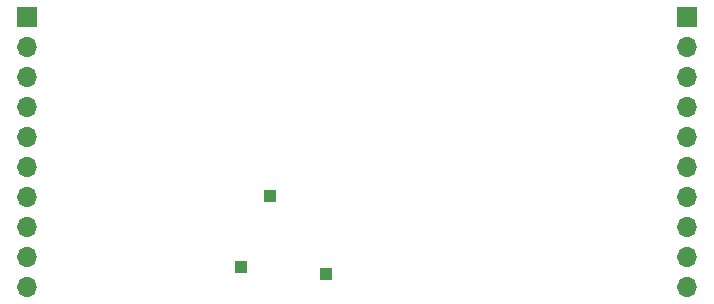
<source format=gts>
G04 #@! TF.GenerationSoftware,KiCad,Pcbnew,5.1.5+dfsg1-2build2*
G04 #@! TF.CreationDate,2021-12-17T15:29:28+01:00*
G04 #@! TF.ProjectId,teebeutel_thermal_addon,74656562-6575-4746-956c-5f746865726d,rev?*
G04 #@! TF.SameCoordinates,Original*
G04 #@! TF.FileFunction,Soldermask,Top*
G04 #@! TF.FilePolarity,Negative*
%FSLAX46Y46*%
G04 Gerber Fmt 4.6, Leading zero omitted, Abs format (unit mm)*
G04 Created by KiCad (PCBNEW 5.1.5+dfsg1-2build2) date 2021-12-17 15:29:28*
%MOMM*%
%LPD*%
G04 APERTURE LIST*
%ADD10R,1.000000X1.000000*%
%ADD11O,1.700000X1.700000*%
%ADD12R,1.700000X1.700000*%
G04 APERTURE END LIST*
D10*
X90200000Y-101200000D03*
X92600000Y-95200000D03*
X97400000Y-101800000D03*
D11*
X127940000Y-102860000D03*
X127940000Y-100320000D03*
X127940000Y-97780000D03*
X127940000Y-95240000D03*
X127940000Y-92700000D03*
X127940000Y-90160000D03*
X127940000Y-87620000D03*
X127940000Y-85080000D03*
X127940000Y-82540000D03*
D12*
X127940000Y-80000000D03*
D11*
X72060000Y-102860000D03*
X72060000Y-100320000D03*
X72060000Y-97780000D03*
X72060000Y-95240000D03*
X72060000Y-92700000D03*
X72060000Y-90160000D03*
X72060000Y-87620000D03*
X72060000Y-85080000D03*
X72060000Y-82540000D03*
D12*
X72060000Y-80000000D03*
M02*

</source>
